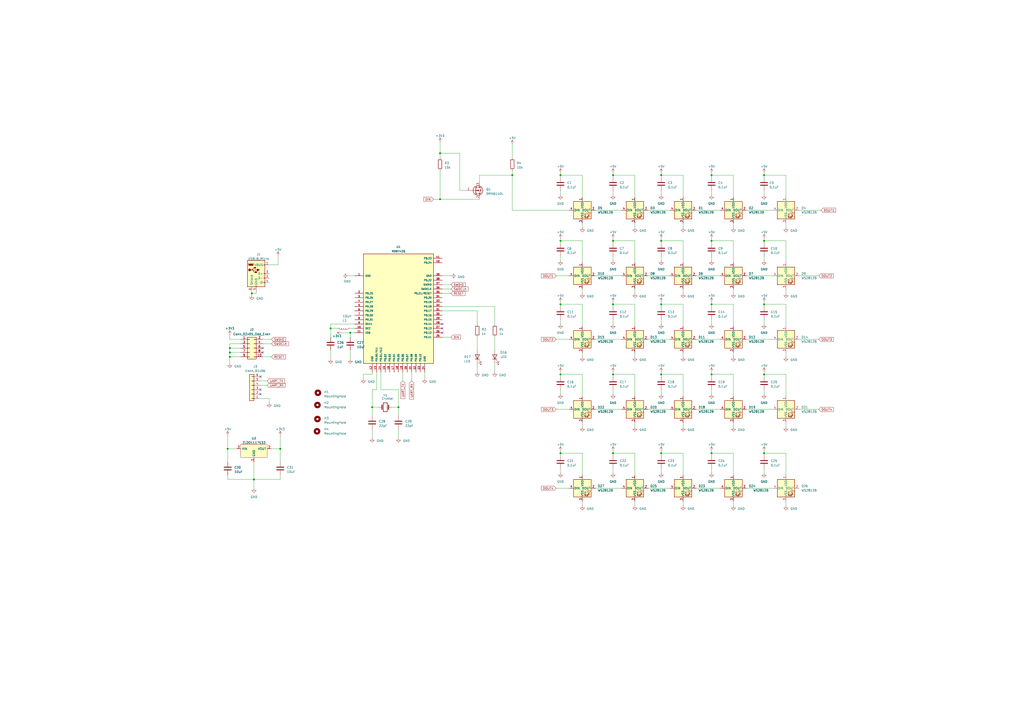
<source format=kicad_sch>
(kicad_sch (version 20210406) (generator eeschema)
  (paper "A2")
  (junction (at 132.08 260.35) (diameter 0.9144))
  (junction (at 133.35 201.93) (diameter 0.9144))
  (junction (at 133.35 204.47) (diameter 0.9144))
  (junction (at 133.35 207.01) (diameter 0.9144))
  (junction (at 146.05 170.18) (diameter 0.9144))
  (junction (at 147.32 278.13) (diameter 0.9144))
  (junction (at 162.56 260.35) (diameter 0.9144))
  (junction (at 191.77 190.5) (diameter 0.9144))
  (junction (at 203.2 193.04) (diameter 0.9144))
  (junction (at 215.9 236.22) (diameter 0.9144))
  (junction (at 231.14 236.22) (diameter 0.9144))
  (junction (at 255.27 88.9) (diameter 0.9144))
  (junction (at 255.27 115.57) (diameter 0.9144))
  (junction (at 297.18 101.6) (diameter 0.9144))
  (junction (at 325.12 101.6) (diameter 0.9144))
  (junction (at 325.12 139.7) (diameter 0.9144))
  (junction (at 325.12 176.53) (diameter 0.9144))
  (junction (at 325.12 217.17) (diameter 0.9144))
  (junction (at 325.12 262.89) (diameter 0.9144))
  (junction (at 355.6 101.6) (diameter 0.9144))
  (junction (at 355.6 139.7) (diameter 0.9144))
  (junction (at 355.6 176.53) (diameter 0.9144))
  (junction (at 355.6 217.17) (diameter 0.9144))
  (junction (at 355.6 262.89) (diameter 0.9144))
  (junction (at 383.54 101.6) (diameter 0.9144))
  (junction (at 383.54 139.7) (diameter 0.9144))
  (junction (at 383.54 176.53) (diameter 0.9144))
  (junction (at 383.54 217.17) (diameter 0.9144))
  (junction (at 383.54 262.89) (diameter 0.9144))
  (junction (at 412.75 101.6) (diameter 0.9144))
  (junction (at 412.75 139.7) (diameter 0.9144))
  (junction (at 412.75 176.53) (diameter 0.9144))
  (junction (at 412.75 217.17) (diameter 0.9144))
  (junction (at 412.75 262.89) (diameter 0.9144))
  (junction (at 443.23 101.6) (diameter 0.9144))
  (junction (at 443.23 139.7) (diameter 0.9144))
  (junction (at 443.23 176.53) (diameter 0.9144))
  (junction (at 443.23 217.17) (diameter 0.9144))
  (junction (at 443.23 262.89) (diameter 0.9144))
  (no_connect (at 151.13 218.44))
  (no_connect (at 151.13 226.06))
  (no_connect (at 151.13 228.6))
  (no_connect (at 152.4 201.93))
  (no_connect (at 152.4 204.47))
  (no_connect (at 256.54 187.96))
  (no_connect (at 256.54 190.5))
  (no_connect (at 256.54 193.04))
  (wire (pts (xy 132.08 252.73) (xy 132.08 260.35)))
  (wire (pts (xy 132.08 260.35) (xy 132.08 267.97)))
  (wire (pts (xy 132.08 260.35) (xy 137.16 260.35)))
  (wire (pts (xy 132.08 275.59) (xy 132.08 278.13)))
  (wire (pts (xy 132.08 278.13) (xy 147.32 278.13)))
  (wire (pts (xy 133.35 196.85) (xy 133.35 194.31)))
  (wire (pts (xy 133.35 199.39) (xy 133.35 201.93)))
  (wire (pts (xy 133.35 201.93) (xy 133.35 204.47)))
  (wire (pts (xy 133.35 201.93) (xy 139.7 201.93)))
  (wire (pts (xy 133.35 204.47) (xy 133.35 207.01)))
  (wire (pts (xy 133.35 204.47) (xy 139.7 204.47)))
  (wire (pts (xy 133.35 207.01) (xy 133.35 210.82)))
  (wire (pts (xy 133.35 207.01) (xy 139.7 207.01)))
  (wire (pts (xy 139.7 196.85) (xy 133.35 196.85)))
  (wire (pts (xy 139.7 199.39) (xy 133.35 199.39)))
  (wire (pts (xy 146.05 168.91) (xy 146.05 170.18)))
  (wire (pts (xy 146.05 170.18) (xy 146.05 171.45)))
  (wire (pts (xy 146.05 170.18) (xy 148.59 170.18)))
  (wire (pts (xy 147.32 267.97) (xy 147.32 278.13)))
  (wire (pts (xy 147.32 278.13) (xy 147.32 283.21)))
  (wire (pts (xy 148.59 170.18) (xy 148.59 168.91)))
  (wire (pts (xy 151.13 220.98) (xy 154.94 220.98)))
  (wire (pts (xy 151.13 223.52) (xy 154.94 223.52)))
  (wire (pts (xy 151.13 231.14) (xy 156.21 231.14)))
  (wire (pts (xy 152.4 196.85) (xy 157.48 196.85)))
  (wire (pts (xy 152.4 199.39) (xy 157.48 199.39)))
  (wire (pts (xy 152.4 207.01) (xy 157.48 207.01)))
  (wire (pts (xy 156.21 153.67) (xy 161.29 153.67)))
  (wire (pts (xy 156.21 231.14) (xy 156.21 233.68)))
  (wire (pts (xy 161.29 153.67) (xy 161.29 148.59)))
  (wire (pts (xy 162.56 252.73) (xy 162.56 260.35)))
  (wire (pts (xy 162.56 260.35) (xy 157.48 260.35)))
  (wire (pts (xy 162.56 260.35) (xy 162.56 267.97)))
  (wire (pts (xy 162.56 275.59) (xy 162.56 278.13)))
  (wire (pts (xy 162.56 278.13) (xy 147.32 278.13)))
  (wire (pts (xy 191.77 187.96) (xy 191.77 190.5)))
  (wire (pts (xy 191.77 190.5) (xy 191.77 195.58)))
  (wire (pts (xy 191.77 190.5) (xy 195.58 190.5)))
  (wire (pts (xy 191.77 203.2) (xy 191.77 208.28)))
  (wire (pts (xy 198.12 193.04) (xy 203.2 193.04)))
  (wire (pts (xy 201.93 160.02) (xy 205.74 160.02)))
  (wire (pts (xy 203.2 190.5) (xy 205.74 190.5)))
  (wire (pts (xy 203.2 193.04) (xy 203.2 195.58)))
  (wire (pts (xy 203.2 203.2) (xy 203.2 208.28)))
  (wire (pts (xy 205.74 187.96) (xy 191.77 187.96)))
  (wire (pts (xy 205.74 193.04) (xy 203.2 193.04)))
  (wire (pts (xy 210.82 217.17) (xy 210.82 219.71)))
  (wire (pts (xy 215.9 215.9) (xy 215.9 217.17)))
  (wire (pts (xy 215.9 217.17) (xy 210.82 217.17)))
  (wire (pts (xy 215.9 226.06) (xy 215.9 236.22)))
  (wire (pts (xy 215.9 236.22) (xy 215.9 241.3)))
  (wire (pts (xy 215.9 236.22) (xy 219.71 236.22)))
  (wire (pts (xy 215.9 248.92) (xy 215.9 254)))
  (wire (pts (xy 218.44 215.9) (xy 218.44 226.06)))
  (wire (pts (xy 218.44 226.06) (xy 215.9 226.06)))
  (wire (pts (xy 220.98 215.9) (xy 220.98 226.06)))
  (wire (pts (xy 220.98 226.06) (xy 231.14 226.06)))
  (wire (pts (xy 227.33 236.22) (xy 231.14 236.22)))
  (wire (pts (xy 231.14 226.06) (xy 231.14 236.22)))
  (wire (pts (xy 231.14 236.22) (xy 231.14 241.3)))
  (wire (pts (xy 231.14 248.92) (xy 231.14 254)))
  (wire (pts (xy 233.68 215.9) (xy 233.68 220.98)))
  (wire (pts (xy 238.76 215.9) (xy 238.76 220.98)))
  (wire (pts (xy 246.38 215.9) (xy 246.38 219.71)))
  (wire (pts (xy 251.46 115.57) (xy 255.27 115.57)))
  (wire (pts (xy 255.27 82.55) (xy 255.27 88.9)))
  (wire (pts (xy 255.27 88.9) (xy 255.27 91.44)))
  (wire (pts (xy 255.27 99.06) (xy 255.27 115.57)))
  (wire (pts (xy 256.54 160.02) (xy 261.62 160.02)))
  (wire (pts (xy 256.54 165.1) (xy 261.62 165.1)))
  (wire (pts (xy 256.54 167.64) (xy 261.62 167.64)))
  (wire (pts (xy 256.54 170.18) (xy 261.62 170.18)))
  (wire (pts (xy 256.54 177.8) (xy 287.02 177.8)))
  (wire (pts (xy 256.54 180.34) (xy 276.86 180.34)))
  (wire (pts (xy 256.54 195.58) (xy 261.62 195.58)))
  (wire (pts (xy 266.7 88.9) (xy 255.27 88.9)))
  (wire (pts (xy 266.7 110.49) (xy 266.7 88.9)))
  (wire (pts (xy 270.51 110.49) (xy 266.7 110.49)))
  (wire (pts (xy 276.86 180.34) (xy 276.86 187.96)))
  (wire (pts (xy 276.86 195.58) (xy 276.86 203.2)))
  (wire (pts (xy 276.86 210.82) (xy 276.86 215.9)))
  (wire (pts (xy 278.13 101.6) (xy 297.18 101.6)))
  (wire (pts (xy 278.13 105.41) (xy 278.13 101.6)))
  (wire (pts (xy 278.13 115.57) (xy 255.27 115.57)))
  (wire (pts (xy 287.02 177.8) (xy 287.02 187.96)))
  (wire (pts (xy 287.02 195.58) (xy 287.02 203.2)))
  (wire (pts (xy 287.02 210.82) (xy 287.02 215.9)))
  (wire (pts (xy 297.18 83.82) (xy 297.18 91.44)))
  (wire (pts (xy 297.18 101.6) (xy 297.18 99.06)))
  (wire (pts (xy 297.18 121.92) (xy 297.18 101.6)))
  (wire (pts (xy 322.58 160.02) (xy 330.2 160.02)))
  (wire (pts (xy 322.58 196.85) (xy 330.2 196.85)))
  (wire (pts (xy 322.58 237.49) (xy 330.2 237.49)))
  (wire (pts (xy 322.58 283.21) (xy 330.2 283.21)))
  (wire (pts (xy 325.12 100.33) (xy 325.12 101.6)))
  (wire (pts (xy 325.12 101.6) (xy 325.12 102.87)))
  (wire (pts (xy 325.12 110.49) (xy 325.12 113.03)))
  (wire (pts (xy 325.12 138.43) (xy 325.12 139.7)))
  (wire (pts (xy 325.12 139.7) (xy 325.12 140.97)))
  (wire (pts (xy 325.12 148.59) (xy 325.12 151.13)))
  (wire (pts (xy 325.12 175.26) (xy 325.12 176.53)))
  (wire (pts (xy 325.12 176.53) (xy 325.12 177.8)))
  (wire (pts (xy 325.12 185.42) (xy 325.12 187.96)))
  (wire (pts (xy 325.12 215.9) (xy 325.12 217.17)))
  (wire (pts (xy 325.12 217.17) (xy 325.12 218.44)))
  (wire (pts (xy 325.12 226.06) (xy 325.12 228.6)))
  (wire (pts (xy 325.12 261.62) (xy 325.12 262.89)))
  (wire (pts (xy 325.12 262.89) (xy 325.12 264.16)))
  (wire (pts (xy 325.12 271.78) (xy 325.12 274.32)))
  (wire (pts (xy 330.2 121.92) (xy 297.18 121.92)))
  (wire (pts (xy 337.82 101.6) (xy 325.12 101.6)))
  (wire (pts (xy 337.82 114.3) (xy 337.82 101.6)))
  (wire (pts (xy 337.82 129.54) (xy 337.82 132.08)))
  (wire (pts (xy 337.82 139.7) (xy 325.12 139.7)))
  (wire (pts (xy 337.82 152.4) (xy 337.82 139.7)))
  (wire (pts (xy 337.82 167.64) (xy 337.82 170.18)))
  (wire (pts (xy 337.82 176.53) (xy 325.12 176.53)))
  (wire (pts (xy 337.82 189.23) (xy 337.82 176.53)))
  (wire (pts (xy 337.82 204.47) (xy 337.82 207.01)))
  (wire (pts (xy 337.82 217.17) (xy 325.12 217.17)))
  (wire (pts (xy 337.82 229.87) (xy 337.82 217.17)))
  (wire (pts (xy 337.82 245.11) (xy 337.82 247.65)))
  (wire (pts (xy 337.82 262.89) (xy 325.12 262.89)))
  (wire (pts (xy 337.82 275.59) (xy 337.82 262.89)))
  (wire (pts (xy 337.82 290.83) (xy 337.82 293.37)))
  (wire (pts (xy 345.44 121.92) (xy 360.68 121.92)))
  (wire (pts (xy 345.44 160.02) (xy 360.68 160.02)))
  (wire (pts (xy 345.44 196.85) (xy 360.68 196.85)))
  (wire (pts (xy 345.44 237.49) (xy 360.68 237.49)))
  (wire (pts (xy 345.44 283.21) (xy 360.68 283.21)))
  (wire (pts (xy 355.6 100.33) (xy 355.6 101.6)))
  (wire (pts (xy 355.6 101.6) (xy 355.6 102.87)))
  (wire (pts (xy 355.6 110.49) (xy 355.6 113.03)))
  (wire (pts (xy 355.6 138.43) (xy 355.6 139.7)))
  (wire (pts (xy 355.6 139.7) (xy 355.6 140.97)))
  (wire (pts (xy 355.6 148.59) (xy 355.6 151.13)))
  (wire (pts (xy 355.6 175.26) (xy 355.6 176.53)))
  (wire (pts (xy 355.6 176.53) (xy 355.6 177.8)))
  (wire (pts (xy 355.6 185.42) (xy 355.6 187.96)))
  (wire (pts (xy 355.6 215.9) (xy 355.6 217.17)))
  (wire (pts (xy 355.6 217.17) (xy 355.6 218.44)))
  (wire (pts (xy 355.6 226.06) (xy 355.6 228.6)))
  (wire (pts (xy 355.6 261.62) (xy 355.6 262.89)))
  (wire (pts (xy 355.6 262.89) (xy 355.6 264.16)))
  (wire (pts (xy 355.6 271.78) (xy 355.6 274.32)))
  (wire (pts (xy 368.3 101.6) (xy 355.6 101.6)))
  (wire (pts (xy 368.3 114.3) (xy 368.3 101.6)))
  (wire (pts (xy 368.3 129.54) (xy 368.3 132.08)))
  (wire (pts (xy 368.3 139.7) (xy 355.6 139.7)))
  (wire (pts (xy 368.3 152.4) (xy 368.3 139.7)))
  (wire (pts (xy 368.3 167.64) (xy 368.3 170.18)))
  (wire (pts (xy 368.3 176.53) (xy 355.6 176.53)))
  (wire (pts (xy 368.3 189.23) (xy 368.3 176.53)))
  (wire (pts (xy 368.3 204.47) (xy 368.3 207.01)))
  (wire (pts (xy 368.3 217.17) (xy 355.6 217.17)))
  (wire (pts (xy 368.3 229.87) (xy 368.3 217.17)))
  (wire (pts (xy 368.3 245.11) (xy 368.3 247.65)))
  (wire (pts (xy 368.3 262.89) (xy 355.6 262.89)))
  (wire (pts (xy 368.3 275.59) (xy 368.3 262.89)))
  (wire (pts (xy 368.3 290.83) (xy 368.3 293.37)))
  (wire (pts (xy 375.92 121.92) (xy 388.62 121.92)))
  (wire (pts (xy 375.92 160.02) (xy 388.62 160.02)))
  (wire (pts (xy 375.92 196.85) (xy 388.62 196.85)))
  (wire (pts (xy 375.92 237.49) (xy 388.62 237.49)))
  (wire (pts (xy 375.92 283.21) (xy 388.62 283.21)))
  (wire (pts (xy 383.54 100.33) (xy 383.54 101.6)))
  (wire (pts (xy 383.54 101.6) (xy 383.54 102.87)))
  (wire (pts (xy 383.54 110.49) (xy 383.54 113.03)))
  (wire (pts (xy 383.54 138.43) (xy 383.54 139.7)))
  (wire (pts (xy 383.54 139.7) (xy 383.54 140.97)))
  (wire (pts (xy 383.54 148.59) (xy 383.54 151.13)))
  (wire (pts (xy 383.54 175.26) (xy 383.54 176.53)))
  (wire (pts (xy 383.54 176.53) (xy 383.54 177.8)))
  (wire (pts (xy 383.54 185.42) (xy 383.54 187.96)))
  (wire (pts (xy 383.54 215.9) (xy 383.54 217.17)))
  (wire (pts (xy 383.54 217.17) (xy 383.54 218.44)))
  (wire (pts (xy 383.54 226.06) (xy 383.54 228.6)))
  (wire (pts (xy 383.54 261.62) (xy 383.54 262.89)))
  (wire (pts (xy 383.54 262.89) (xy 383.54 264.16)))
  (wire (pts (xy 383.54 271.78) (xy 383.54 274.32)))
  (wire (pts (xy 396.24 101.6) (xy 383.54 101.6)))
  (wire (pts (xy 396.24 114.3) (xy 396.24 101.6)))
  (wire (pts (xy 396.24 129.54) (xy 396.24 132.08)))
  (wire (pts (xy 396.24 139.7) (xy 383.54 139.7)))
  (wire (pts (xy 396.24 152.4) (xy 396.24 139.7)))
  (wire (pts (xy 396.24 167.64) (xy 396.24 170.18)))
  (wire (pts (xy 396.24 176.53) (xy 383.54 176.53)))
  (wire (pts (xy 396.24 189.23) (xy 396.24 176.53)))
  (wire (pts (xy 396.24 204.47) (xy 396.24 207.01)))
  (wire (pts (xy 396.24 217.17) (xy 383.54 217.17)))
  (wire (pts (xy 396.24 229.87) (xy 396.24 217.17)))
  (wire (pts (xy 396.24 245.11) (xy 396.24 247.65)))
  (wire (pts (xy 396.24 262.89) (xy 383.54 262.89)))
  (wire (pts (xy 396.24 275.59) (xy 396.24 262.89)))
  (wire (pts (xy 396.24 290.83) (xy 396.24 293.37)))
  (wire (pts (xy 403.86 121.92) (xy 417.83 121.92)))
  (wire (pts (xy 403.86 160.02) (xy 417.83 160.02)))
  (wire (pts (xy 403.86 196.85) (xy 417.83 196.85)))
  (wire (pts (xy 403.86 237.49) (xy 417.83 237.49)))
  (wire (pts (xy 403.86 283.21) (xy 417.83 283.21)))
  (wire (pts (xy 412.75 100.33) (xy 412.75 101.6)))
  (wire (pts (xy 412.75 101.6) (xy 412.75 102.87)))
  (wire (pts (xy 412.75 110.49) (xy 412.75 113.03)))
  (wire (pts (xy 412.75 138.43) (xy 412.75 139.7)))
  (wire (pts (xy 412.75 139.7) (xy 412.75 140.97)))
  (wire (pts (xy 412.75 148.59) (xy 412.75 151.13)))
  (wire (pts (xy 412.75 175.26) (xy 412.75 176.53)))
  (wire (pts (xy 412.75 176.53) (xy 412.75 177.8)))
  (wire (pts (xy 412.75 185.42) (xy 412.75 187.96)))
  (wire (pts (xy 412.75 215.9) (xy 412.75 217.17)))
  (wire (pts (xy 412.75 217.17) (xy 412.75 218.44)))
  (wire (pts (xy 412.75 226.06) (xy 412.75 228.6)))
  (wire (pts (xy 412.75 261.62) (xy 412.75 262.89)))
  (wire (pts (xy 412.75 262.89) (xy 412.75 264.16)))
  (wire (pts (xy 412.75 271.78) (xy 412.75 274.32)))
  (wire (pts (xy 425.45 101.6) (xy 412.75 101.6)))
  (wire (pts (xy 425.45 114.3) (xy 425.45 101.6)))
  (wire (pts (xy 425.45 129.54) (xy 425.45 132.08)))
  (wire (pts (xy 425.45 139.7) (xy 412.75 139.7)))
  (wire (pts (xy 425.45 152.4) (xy 425.45 139.7)))
  (wire (pts (xy 425.45 167.64) (xy 425.45 170.18)))
  (wire (pts (xy 425.45 176.53) (xy 412.75 176.53)))
  (wire (pts (xy 425.45 189.23) (xy 425.45 176.53)))
  (wire (pts (xy 425.45 204.47) (xy 425.45 207.01)))
  (wire (pts (xy 425.45 217.17) (xy 412.75 217.17)))
  (wire (pts (xy 425.45 229.87) (xy 425.45 217.17)))
  (wire (pts (xy 425.45 245.11) (xy 425.45 247.65)))
  (wire (pts (xy 425.45 262.89) (xy 412.75 262.89)))
  (wire (pts (xy 425.45 275.59) (xy 425.45 262.89)))
  (wire (pts (xy 425.45 290.83) (xy 425.45 293.37)))
  (wire (pts (xy 433.07 121.92) (xy 448.31 121.92)))
  (wire (pts (xy 433.07 160.02) (xy 448.31 160.02)))
  (wire (pts (xy 433.07 196.85) (xy 448.31 196.85)))
  (wire (pts (xy 433.07 237.49) (xy 448.31 237.49)))
  (wire (pts (xy 433.07 283.21) (xy 448.31 283.21)))
  (wire (pts (xy 443.23 100.33) (xy 443.23 101.6)))
  (wire (pts (xy 443.23 101.6) (xy 443.23 102.87)))
  (wire (pts (xy 443.23 110.49) (xy 443.23 113.03)))
  (wire (pts (xy 443.23 138.43) (xy 443.23 139.7)))
  (wire (pts (xy 443.23 139.7) (xy 443.23 140.97)))
  (wire (pts (xy 443.23 148.59) (xy 443.23 151.13)))
  (wire (pts (xy 443.23 175.26) (xy 443.23 176.53)))
  (wire (pts (xy 443.23 176.53) (xy 443.23 177.8)))
  (wire (pts (xy 443.23 185.42) (xy 443.23 187.96)))
  (wire (pts (xy 443.23 215.9) (xy 443.23 217.17)))
  (wire (pts (xy 443.23 217.17) (xy 443.23 218.44)))
  (wire (pts (xy 443.23 226.06) (xy 443.23 228.6)))
  (wire (pts (xy 443.23 261.62) (xy 443.23 262.89)))
  (wire (pts (xy 443.23 262.89) (xy 443.23 264.16)))
  (wire (pts (xy 443.23 271.78) (xy 443.23 274.32)))
  (wire (pts (xy 455.93 101.6) (xy 443.23 101.6)))
  (wire (pts (xy 455.93 114.3) (xy 455.93 101.6)))
  (wire (pts (xy 455.93 129.54) (xy 455.93 132.08)))
  (wire (pts (xy 455.93 139.7) (xy 443.23 139.7)))
  (wire (pts (xy 455.93 152.4) (xy 455.93 139.7)))
  (wire (pts (xy 455.93 167.64) (xy 455.93 170.18)))
  (wire (pts (xy 455.93 176.53) (xy 443.23 176.53)))
  (wire (pts (xy 455.93 189.23) (xy 455.93 176.53)))
  (wire (pts (xy 455.93 204.47) (xy 455.93 207.01)))
  (wire (pts (xy 455.93 217.17) (xy 443.23 217.17)))
  (wire (pts (xy 455.93 229.87) (xy 455.93 217.17)))
  (wire (pts (xy 455.93 245.11) (xy 455.93 247.65)))
  (wire (pts (xy 455.93 262.89) (xy 443.23 262.89)))
  (wire (pts (xy 455.93 275.59) (xy 455.93 262.89)))
  (wire (pts (xy 455.93 290.83) (xy 455.93 293.37)))
  (wire (pts (xy 463.55 121.92) (xy 476.25 121.92)))
  (wire (pts (xy 463.55 160.02) (xy 474.98 160.02)))
  (wire (pts (xy 463.55 196.85) (xy 474.98 196.85)))
  (wire (pts (xy 463.55 237.49) (xy 474.98 237.49)))
  (global_label "UART_TX" (shape input) (at 154.94 220.98 0) (property "Intersheet References" "${INTERSHEET_REFS}" (effects hide)))
  (global_label "UART_RX" (shape input) (at 154.94 223.52 0) (property "Intersheet References" "${INTERSHEET_REFS}" (effects hide)))
  (global_label "SWDIO" (shape input) (at 157.48 196.85 0) (property "Intersheet References" "${INTERSHEET_REFS}" (effects hide)))
  (global_label "SWDCLK" (shape input) (at 157.48 199.39 0) (property "Intersheet References" "${INTERSHEET_REFS}" (effects hide)))
  (global_label "RESET" (shape input) (at 157.48 207.01 0) (property "Intersheet References" "${INTERSHEET_REFS}" (effects hide)))
  (global_label "UART_TX" (shape input) (at 233.68 220.98 270) (property "Intersheet References" "${INTERSHEET_REFS}" (effects hide)))
  (global_label "UART_RX" (shape input) (at 238.76 220.98 270) (property "Intersheet References" "${INTERSHEET_REFS}" (effects hide)))
  (global_label "DIN" (shape input) (at 251.46 115.57 180) (property "Intersheet References" "${INTERSHEET_REFS}" (effects hide)))
  (global_label "SWDIO" (shape input) (at 261.62 165.1 0) (property "Intersheet References" "${INTERSHEET_REFS}" (effects hide)))
  (global_label "SWDCLK" (shape input) (at 261.62 167.64 0) (property "Intersheet References" "${INTERSHEET_REFS}" (effects hide)))
  (global_label "RESET" (shape input) (at 261.62 170.18 0) (property "Intersheet References" "${INTERSHEET_REFS}" (effects hide)))
  (global_label "DIN" (shape input) (at 261.62 195.58 0) (property "Intersheet References" "${INTERSHEET_REFS}" (effects hide)))
  (global_label "DOUT1" (shape input) (at 322.58 160.02 180) (property "Intersheet References" "${INTERSHEET_REFS}" (effects hide)))
  (global_label "DOUT2" (shape input) (at 322.58 196.85 180) (property "Intersheet References" "${INTERSHEET_REFS}" (effects hide)))
  (global_label "DOUT3" (shape input) (at 322.58 237.49 180) (property "Intersheet References" "${INTERSHEET_REFS}" (effects hide)))
  (global_label "DOUT4" (shape input) (at 322.58 283.21 180) (property "Intersheet References" "${INTERSHEET_REFS}" (effects hide)))
  (global_label "DOUT2" (shape input) (at 474.98 160.02 0) (property "Intersheet References" "${INTERSHEET_REFS}" (effects hide)))
  (global_label "DOUT3" (shape input) (at 474.98 196.85 0) (property "Intersheet References" "${INTERSHEET_REFS}" (effects hide)))
  (global_label "DOUT4" (shape input) (at 474.98 237.49 0) (property "Intersheet References" "${INTERSHEET_REFS}" (effects hide)))
  (global_label "DOUT1" (shape input) (at 476.25 121.92 0) (property "Intersheet References" "${INTERSHEET_REFS}" (effects hide)))
  (symbol (lib_id "power:+5V") (at 132.08 252.73 0) (unit 1)
    (property "Reference" "#PWR0102" (effects hide))
    (property "Value" "+5V" (at 132.08 248.92 0))
  )
  (symbol (lib_id "power:+3V3") (at 133.35 194.31 0) (unit 1)
    (property "Reference" "#PWR043" (effects hide))
    (property "Value" "+3V3" (at 133.35 190.5 0))
  )
  (symbol (lib_id "power:+5V") (at 161.29 148.59 0) (unit 1)
    (property "Reference" "#PWR013" (effects hide))
    (property "Value" "+5V" (at 161.29 144.78 0))
  )
  (symbol (lib_id "power:+3V3") (at 162.56 252.73 0) (unit 1)
    (property "Reference" "#PWR0103" (effects hide))
    (property "Value" "+3V3" (at 162.56 248.92 0))
  )
  (symbol (lib_id "power:+3V3") (at 198.12 193.04 90) (unit 1)
    (property "Reference" "#PWR037" (effects hide))
    (property "Value" "+3V3" (at 198.12 194.9449 90) (effects (justify left)))
  )
  (symbol (lib_id "power:+3V3") (at 255.27 82.55 0) (unit 1)
    (property "Reference" "#PWR01" (effects hide))
    (property "Value" "+3V3" (at 255.27 78.74 0))
  )
  (symbol (lib_id "power:+5V") (at 297.18 83.82 0) (unit 1)
    (property "Reference" "#PWR02" (effects hide))
    (property "Value" "+5V" (at 297.18 80.01 0))
  )
  (symbol (lib_id "power:+5V") (at 325.12 100.33 0) (unit 1)
    (property "Reference" "#PWR03" (effects hide))
    (property "Value" "+5V" (at 325.12 96.52 0))
  )
  (symbol (lib_id "power:+5V") (at 325.12 138.43 0) (unit 1)
    (property "Reference" "#PWR019" (effects hide))
    (property "Value" "+5V" (at 325.12 134.62 0))
  )
  (symbol (lib_id "power:+5V") (at 325.12 175.26 0) (unit 1)
    (property "Reference" "#PWR038" (effects hide))
    (property "Value" "+5V" (at 325.12 171.45 0))
  )
  (symbol (lib_id "power:+5V") (at 325.12 215.9 0) (unit 1)
    (property "Reference" "#PWR061" (effects hide))
    (property "Value" "+5V" (at 325.12 212.09 0))
  )
  (symbol (lib_id "power:+5V") (at 325.12 261.62 0) (unit 1)
    (property "Reference" "#PWR079" (effects hide))
    (property "Value" "+5V" (at 325.12 257.81 0))
  )
  (symbol (lib_id "power:+5V") (at 355.6 100.33 0) (unit 1)
    (property "Reference" "#PWR04" (effects hide))
    (property "Value" "+5V" (at 355.6 96.52 0))
  )
  (symbol (lib_id "power:+5V") (at 355.6 138.43 0) (unit 1)
    (property "Reference" "#PWR020" (effects hide))
    (property "Value" "+5V" (at 355.6 134.62 0))
  )
  (symbol (lib_id "power:+5V") (at 355.6 175.26 0) (unit 1)
    (property "Reference" "#PWR039" (effects hide))
    (property "Value" "+5V" (at 355.6 171.45 0))
  )
  (symbol (lib_id "power:+5V") (at 355.6 215.9 0) (unit 1)
    (property "Reference" "#PWR062" (effects hide))
    (property "Value" "+5V" (at 355.6 212.09 0))
  )
  (symbol (lib_id "power:+5V") (at 355.6 261.62 0) (unit 1)
    (property "Reference" "#PWR080" (effects hide))
    (property "Value" "+5V" (at 355.6 257.81 0))
  )
  (symbol (lib_id "power:+5V") (at 383.54 100.33 0) (unit 1)
    (property "Reference" "#PWR05" (effects hide))
    (property "Value" "+5V" (at 383.54 96.52 0))
  )
  (symbol (lib_id "power:+5V") (at 383.54 138.43 0) (unit 1)
    (property "Reference" "#PWR021" (effects hide))
    (property "Value" "+5V" (at 383.54 134.62 0))
  )
  (symbol (lib_id "power:+5V") (at 383.54 175.26 0) (unit 1)
    (property "Reference" "#PWR040" (effects hide))
    (property "Value" "+5V" (at 383.54 171.45 0))
  )
  (symbol (lib_id "power:+5V") (at 383.54 215.9 0) (unit 1)
    (property "Reference" "#PWR063" (effects hide))
    (property "Value" "+5V" (at 383.54 212.09 0))
  )
  (symbol (lib_id "power:+5V") (at 383.54 261.62 0) (unit 1)
    (property "Reference" "#PWR081" (effects hide))
    (property "Value" "+5V" (at 383.54 257.81 0))
  )
  (symbol (lib_id "power:+5V") (at 412.75 100.33 0) (unit 1)
    (property "Reference" "#PWR06" (effects hide))
    (property "Value" "+5V" (at 412.75 96.52 0))
  )
  (symbol (lib_id "power:+5V") (at 412.75 138.43 0) (unit 1)
    (property "Reference" "#PWR022" (effects hide))
    (property "Value" "+5V" (at 412.75 134.62 0))
  )
  (symbol (lib_id "power:+5V") (at 412.75 175.26 0) (unit 1)
    (property "Reference" "#PWR041" (effects hide))
    (property "Value" "+5V" (at 412.75 171.45 0))
  )
  (symbol (lib_id "power:+5V") (at 412.75 215.9 0) (unit 1)
    (property "Reference" "#PWR064" (effects hide))
    (property "Value" "+5V" (at 412.75 212.09 0))
  )
  (symbol (lib_id "power:+5V") (at 412.75 261.62 0) (unit 1)
    (property "Reference" "#PWR082" (effects hide))
    (property "Value" "+5V" (at 412.75 257.81 0))
  )
  (symbol (lib_id "power:+5V") (at 443.23 100.33 0) (unit 1)
    (property "Reference" "#PWR07" (effects hide))
    (property "Value" "+5V" (at 443.23 96.52 0))
  )
  (symbol (lib_id "power:+5V") (at 443.23 138.43 0) (unit 1)
    (property "Reference" "#PWR023" (effects hide))
    (property "Value" "+5V" (at 443.23 134.62 0))
  )
  (symbol (lib_id "power:+5V") (at 443.23 175.26 0) (unit 1)
    (property "Reference" "#PWR042" (effects hide))
    (property "Value" "+5V" (at 443.23 171.45 0))
  )
  (symbol (lib_id "power:+5V") (at 443.23 215.9 0) (unit 1)
    (property "Reference" "#PWR065" (effects hide))
    (property "Value" "+5V" (at 443.23 212.09 0))
  )
  (symbol (lib_id "power:+5V") (at 443.23 261.62 0) (unit 1)
    (property "Reference" "#PWR083" (effects hide))
    (property "Value" "+5V" (at 443.23 257.81 0))
  )
  (symbol (lib_id "power:GND") (at 133.35 210.82 0) (unit 1)
    (property "Reference" "#PWR051" (effects hide))
    (property "Value" "GND" (at 135.89 212.5344 0) (effects (justify left)))
  )
  (symbol (lib_id "power:GND") (at 146.05 171.45 0) (unit 1)
    (property "Reference" "#PWR026" (effects hide))
    (property "Value" "GND" (at 148.59 173.1644 0) (effects (justify left)))
  )
  (symbol (lib_id "power:GND") (at 147.32 283.21 0) (unit 1)
    (property "Reference" "#PWR0101" (effects hide))
    (property "Value" "GND" (at 147.32 288.29 0))
  )
  (symbol (lib_id "power:GND") (at 156.21 233.68 0) (unit 1)
    (property "Reference" "#PWR066" (effects hide))
    (property "Value" "GND" (at 158.75 235.3944 0) (effects (justify left)))
  )
  (symbol (lib_id "power:GND") (at 191.77 208.28 0) (unit 1)
    (property "Reference" "#PWR049" (effects hide))
    (property "Value" "GND" (at 194.31 209.9944 0) (effects (justify left)))
  )
  (symbol (lib_id "power:GND") (at 201.93 160.02 270) (unit 1)
    (property "Reference" "#PWR024" (effects hide))
    (property "Value" "GND" (at 199.39 163.1949 90) (effects (justify left)))
  )
  (symbol (lib_id "power:GND") (at 203.2 208.28 0) (unit 1)
    (property "Reference" "#PWR050" (effects hide))
    (property "Value" "GND" (at 205.74 209.9944 0) (effects (justify left)))
  )
  (symbol (lib_id "power:GND") (at 210.82 219.71 0) (unit 1)
    (property "Reference" "#PWR054" (effects hide))
    (property "Value" "GND" (at 213.36 221.4244 0) (effects (justify left)))
  )
  (symbol (lib_id "power:GND") (at 215.9 254 0) (unit 1)
    (property "Reference" "#PWR072" (effects hide))
    (property "Value" "GND" (at 218.44 255.7144 0) (effects (justify left)))
  )
  (symbol (lib_id "power:GND") (at 231.14 254 0) (unit 1)
    (property "Reference" "#PWR073" (effects hide))
    (property "Value" "GND" (at 233.68 255.7144 0) (effects (justify left)))
  )
  (symbol (lib_id "power:GND") (at 246.38 219.71 0) (unit 1)
    (property "Reference" "#PWR055" (effects hide))
    (property "Value" "GND" (at 248.92 221.4244 0) (effects (justify left)))
  )
  (symbol (lib_id "power:GND") (at 261.62 160.02 90) (unit 1)
    (property "Reference" "#PWR025" (effects hide))
    (property "Value" "GND" (at 265.43 160.6549 90) (effects (justify right)))
  )
  (symbol (lib_id "power:GND") (at 276.86 215.9 0) (unit 1)
    (property "Reference" "#PWR052" (effects hide))
    (property "Value" "GND" (at 279.4 217.6144 0) (effects (justify left)))
  )
  (symbol (lib_id "power:GND") (at 287.02 215.9 0) (unit 1)
    (property "Reference" "#PWR053" (effects hide))
    (property "Value" "GND" (at 289.56 217.6144 0) (effects (justify left)))
  )
  (symbol (lib_id "power:GND") (at 325.12 113.03 0) (unit 1)
    (property "Reference" "#PWR08" (effects hide))
    (property "Value" "GND" (at 325.12 118.11 0))
  )
  (symbol (lib_id "power:GND") (at 325.12 151.13 0) (unit 1)
    (property "Reference" "#PWR027" (effects hide))
    (property "Value" "GND" (at 325.12 156.21 0))
  )
  (symbol (lib_id "power:GND") (at 325.12 187.96 0) (unit 1)
    (property "Reference" "#PWR044" (effects hide))
    (property "Value" "GND" (at 325.12 193.04 0))
  )
  (symbol (lib_id "power:GND") (at 325.12 228.6 0) (unit 1)
    (property "Reference" "#PWR067" (effects hide))
    (property "Value" "GND" (at 325.12 233.68 0))
  )
  (symbol (lib_id "power:GND") (at 325.12 274.32 0) (unit 1)
    (property "Reference" "#PWR084" (effects hide))
    (property "Value" "GND" (at 325.12 279.4 0))
  )
  (symbol (lib_id "power:GND") (at 337.82 132.08 0) (unit 1)
    (property "Reference" "#PWR014" (effects hide))
    (property "Value" "GND" (at 340.36 133.7944 0) (effects (justify left)))
  )
  (symbol (lib_id "power:GND") (at 337.82 170.18 0) (unit 1)
    (property "Reference" "#PWR032" (effects hide))
    (property "Value" "GND" (at 340.36 171.8944 0) (effects (justify left)))
  )
  (symbol (lib_id "power:GND") (at 337.82 207.01 0) (unit 1)
    (property "Reference" "#PWR056" (effects hide))
    (property "Value" "GND" (at 340.36 208.7244 0) (effects (justify left)))
  )
  (symbol (lib_id "power:GND") (at 337.82 247.65 0) (unit 1)
    (property "Reference" "#PWR074" (effects hide))
    (property "Value" "GND" (at 340.36 249.3644 0) (effects (justify left)))
  )
  (symbol (lib_id "power:GND") (at 337.82 293.37 0) (unit 1)
    (property "Reference" "#PWR089" (effects hide))
    (property "Value" "GND" (at 340.36 295.0844 0) (effects (justify left)))
  )
  (symbol (lib_id "power:GND") (at 355.6 113.03 0) (unit 1)
    (property "Reference" "#PWR09" (effects hide))
    (property "Value" "GND" (at 355.6 118.11 0))
  )
  (symbol (lib_id "power:GND") (at 355.6 151.13 0) (unit 1)
    (property "Reference" "#PWR028" (effects hide))
    (property "Value" "GND" (at 355.6 156.21 0))
  )
  (symbol (lib_id "power:GND") (at 355.6 187.96 0) (unit 1)
    (property "Reference" "#PWR045" (effects hide))
    (property "Value" "GND" (at 355.6 193.04 0))
  )
  (symbol (lib_id "power:GND") (at 355.6 228.6 0) (unit 1)
    (property "Reference" "#PWR068" (effects hide))
    (property "Value" "GND" (at 355.6 233.68 0))
  )
  (symbol (lib_id "power:GND") (at 355.6 274.32 0) (unit 1)
    (property "Reference" "#PWR085" (effects hide))
    (property "Value" "GND" (at 355.6 279.4 0))
  )
  (symbol (lib_id "power:GND") (at 368.3 132.08 0) (unit 1)
    (property "Reference" "#PWR015" (effects hide))
    (property "Value" "GND" (at 370.84 133.7944 0) (effects (justify left)))
  )
  (symbol (lib_id "power:GND") (at 368.3 170.18 0) (unit 1)
    (property "Reference" "#PWR033" (effects hide))
    (property "Value" "GND" (at 370.84 171.8944 0) (effects (justify left)))
  )
  (symbol (lib_id "power:GND") (at 368.3 207.01 0) (unit 1)
    (property "Reference" "#PWR057" (effects hide))
    (property "Value" "GND" (at 370.84 208.7244 0) (effects (justify left)))
  )
  (symbol (lib_id "power:GND") (at 368.3 247.65 0) (unit 1)
    (property "Reference" "#PWR075" (effects hide))
    (property "Value" "GND" (at 370.84 249.3644 0) (effects (justify left)))
  )
  (symbol (lib_id "power:GND") (at 368.3 293.37 0) (unit 1)
    (property "Reference" "#PWR090" (effects hide))
    (property "Value" "GND" (at 370.84 295.0844 0) (effects (justify left)))
  )
  (symbol (lib_id "power:GND") (at 383.54 113.03 0) (unit 1)
    (property "Reference" "#PWR010" (effects hide))
    (property "Value" "GND" (at 383.54 118.11 0))
  )
  (symbol (lib_id "power:GND") (at 383.54 151.13 0) (unit 1)
    (property "Reference" "#PWR029" (effects hide))
    (property "Value" "GND" (at 383.54 156.21 0))
  )
  (symbol (lib_id "power:GND") (at 383.54 187.96 0) (unit 1)
    (property "Reference" "#PWR046" (effects hide))
    (property "Value" "GND" (at 383.54 193.04 0))
  )
  (symbol (lib_id "power:GND") (at 383.54 228.6 0) (unit 1)
    (property "Reference" "#PWR069" (effects hide))
    (property "Value" "GND" (at 383.54 233.68 0))
  )
  (symbol (lib_id "power:GND") (at 383.54 274.32 0) (unit 1)
    (property "Reference" "#PWR086" (effects hide))
    (property "Value" "GND" (at 383.54 279.4 0))
  )
  (symbol (lib_id "power:GND") (at 396.24 132.08 0) (unit 1)
    (property "Reference" "#PWR016" (effects hide))
    (property "Value" "GND" (at 398.78 133.7944 0) (effects (justify left)))
  )
  (symbol (lib_id "power:GND") (at 396.24 170.18 0) (unit 1)
    (property "Reference" "#PWR034" (effects hide))
    (property "Value" "GND" (at 398.78 171.8944 0) (effects (justify left)))
  )
  (symbol (lib_id "power:GND") (at 396.24 207.01 0) (unit 1)
    (property "Reference" "#PWR058" (effects hide))
    (property "Value" "GND" (at 398.78 208.7244 0) (effects (justify left)))
  )
  (symbol (lib_id "power:GND") (at 396.24 247.65 0) (unit 1)
    (property "Reference" "#PWR076" (effects hide))
    (property "Value" "GND" (at 398.78 249.3644 0) (effects (justify left)))
  )
  (symbol (lib_id "power:GND") (at 396.24 293.37 0) (unit 1)
    (property "Reference" "#PWR091" (effects hide))
    (property "Value" "GND" (at 398.78 295.0844 0) (effects (justify left)))
  )
  (symbol (lib_id "power:GND") (at 412.75 113.03 0) (unit 1)
    (property "Reference" "#PWR011" (effects hide))
    (property "Value" "GND" (at 412.75 118.11 0))
  )
  (symbol (lib_id "power:GND") (at 412.75 151.13 0) (unit 1)
    (property "Reference" "#PWR030" (effects hide))
    (property "Value" "GND" (at 412.75 156.21 0))
  )
  (symbol (lib_id "power:GND") (at 412.75 187.96 0) (unit 1)
    (property "Reference" "#PWR047" (effects hide))
    (property "Value" "GND" (at 412.75 193.04 0))
  )
  (symbol (lib_id "power:GND") (at 412.75 228.6 0) (unit 1)
    (property "Reference" "#PWR070" (effects hide))
    (property "Value" "GND" (at 412.75 233.68 0))
  )
  (symbol (lib_id "power:GND") (at 412.75 274.32 0) (unit 1)
    (property "Reference" "#PWR087" (effects hide))
    (property "Value" "GND" (at 412.75 279.4 0))
  )
  (symbol (lib_id "power:GND") (at 425.45 132.08 0) (unit 1)
    (property "Reference" "#PWR017" (effects hide))
    (property "Value" "GND" (at 427.99 133.7944 0) (effects (justify left)))
  )
  (symbol (lib_id "power:GND") (at 425.45 170.18 0) (unit 1)
    (property "Reference" "#PWR035" (effects hide))
    (property "Value" "GND" (at 427.99 171.8944 0) (effects (justify left)))
  )
  (symbol (lib_id "power:GND") (at 425.45 207.01 0) (unit 1)
    (property "Reference" "#PWR059" (effects hide))
    (property "Value" "GND" (at 427.99 208.7244 0) (effects (justify left)))
  )
  (symbol (lib_id "power:GND") (at 425.45 247.65 0) (unit 1)
    (property "Reference" "#PWR077" (effects hide))
    (property "Value" "GND" (at 427.99 249.3644 0) (effects (justify left)))
  )
  (symbol (lib_id "power:GND") (at 425.45 293.37 0) (unit 1)
    (property "Reference" "#PWR092" (effects hide))
    (property "Value" "GND" (at 427.99 295.0844 0) (effects (justify left)))
  )
  (symbol (lib_id "power:GND") (at 443.23 113.03 0) (unit 1)
    (property "Reference" "#PWR012" (effects hide))
    (property "Value" "GND" (at 443.23 118.11 0))
  )
  (symbol (lib_id "power:GND") (at 443.23 151.13 0) (unit 1)
    (property "Reference" "#PWR031" (effects hide))
    (property "Value" "GND" (at 443.23 156.21 0))
  )
  (symbol (lib_id "power:GND") (at 443.23 187.96 0) (unit 1)
    (property "Reference" "#PWR048" (effects hide))
    (property "Value" "GND" (at 443.23 193.04 0))
  )
  (symbol (lib_id "power:GND") (at 443.23 228.6 0) (unit 1)
    (property "Reference" "#PWR071" (effects hide))
    (property "Value" "GND" (at 443.23 233.68 0))
  )
  (symbol (lib_id "power:GND") (at 443.23 274.32 0) (unit 1)
    (property "Reference" "#PWR088" (effects hide))
    (property "Value" "GND" (at 443.23 279.4 0))
  )
  (symbol (lib_id "power:GND") (at 455.93 132.08 0) (unit 1)
    (property "Reference" "#PWR018" (effects hide))
    (property "Value" "GND" (at 458.47 133.7944 0) (effects (justify left)))
  )
  (symbol (lib_id "power:GND") (at 455.93 170.18 0) (unit 1)
    (property "Reference" "#PWR036" (effects hide))
    (property "Value" "GND" (at 458.47 171.8944 0) (effects (justify left)))
  )
  (symbol (lib_id "power:GND") (at 455.93 207.01 0) (unit 1)
    (property "Reference" "#PWR060" (effects hide))
    (property "Value" "GND" (at 458.47 208.7244 0) (effects (justify left)))
  )
  (symbol (lib_id "power:GND") (at 455.93 247.65 0) (unit 1)
    (property "Reference" "#PWR078" (effects hide))
    (property "Value" "GND" (at 458.47 249.3644 0) (effects (justify left)))
  )
  (symbol (lib_id "power:GND") (at 455.93 293.37 0) (unit 1)
    (property "Reference" "#PWR093" (effects hide))
    (property "Value" "GND" (at 458.47 295.0844 0) (effects (justify left)))
  )
  (symbol (lib_id "Device:L") (at 199.39 190.5 270) (unit 1)
    (property "Reference" "L1" (at 198.7551 185.928 90) (effects (justify left)))
    (property "Value" "10uH" (at 198.7551 183.388 90) (effects (justify left)))
    (property "Footprint" "Inductor_SMD:L_0805_2012Metric_Pad1.15x1.40mm_HandSolder" (effects hide))
  )
  (symbol (lib_id "Mechanical:MountingHole") (at 183.896 250.19 0) (unit 1)
    (property "Reference" "H4" (at 187.96 248.92 0) (effects (justify left)))
    (property "Value" "MountingHole" (at 187.96 251.46 0) (effects (justify left)))
    (property "Footprint" "MountingHole:MountingHole_3.2mm_M3" (effects hide))
  )
  (symbol (lib_id "Mechanical:MountingHole") (at 184.15 234.95 0) (unit 1)
    (property "Reference" "H2" (at 187.96 233.68 0) (effects (justify left)))
    (property "Value" "MountingHole" (at 187.96 236.22 0) (effects (justify left)))
    (property "Footprint" "MountingHole:MountingHole_3.2mm_M3" (effects hide))
  )
  (symbol (lib_id "Mechanical:MountingHole") (at 184.15 243.078 0) (unit 1)
    (property "Reference" "H3" (at 187.96 242.57 0) (effects (justify left)))
    (property "Value" "MountingHole" (at 187.96 245.11 0) (effects (justify left)))
    (property "Footprint" "MountingHole:MountingHole_3.2mm_M3" (effects hide))
  )
  (symbol (lib_id "Mechanical:MountingHole") (at 184.404 227.838 0) (unit 1)
    (property "Reference" "H1" (at 187.96 227.33 0) (effects (justify left)))
    (property "Value" "MountingHole" (at 187.96 229.87 0) (effects (justify left)))
    (property "Footprint" "MountingHole:MountingHole_3.2mm_M3" (effects hide))
  )
  (symbol (lib_id "Device:R") (at 255.27 95.25 0) (unit 1)
    (property "Reference" "R3" (at 257.81 94.6149 0) (effects (justify left)))
    (property "Value" "10k" (at 257.81 97.1549 0) (effects (justify left)))
    (property "Footprint" "Resistor_SMD:R_0603_1608Metric_Pad0.98x0.95mm_HandSolder" (effects hide))
  )
  (symbol (lib_id "Device:R") (at 276.86 191.77 0) (unit 1)
    (property "Reference" "R2" (at 279.4 191.1349 0) (effects (justify left)))
    (property "Value" "1k" (at 279.4 193.6749 0) (effects (justify left)))
    (property "Footprint" "Resistor_SMD:R_0603_1608Metric_Pad0.98x0.95mm_HandSolder" (effects hide))
  )
  (symbol (lib_id "Device:R") (at 287.02 191.77 0) (unit 1)
    (property "Reference" "R1" (at 289.56 191.1349 0) (effects (justify left)))
    (property "Value" "1k" (at 289.56 193.6749 0) (effects (justify left)))
    (property "Footprint" "Resistor_SMD:R_0603_1608Metric_Pad0.98x0.95mm_HandSolder" (effects hide))
  )
  (symbol (lib_id "Device:R") (at 297.18 95.25 0) (unit 1)
    (property "Reference" "R4" (at 299.72 94.6149 0) (effects (justify left)))
    (property "Value" "10k" (at 299.72 97.1549 0) (effects (justify left)))
    (property "Footprint" "Resistor_SMD:R_0603_1608Metric_Pad0.98x0.95mm_HandSolder" (effects hide))
  )
  (symbol (lib_id "Device:LED") (at 276.86 207.01 90) (unit 1)
    (property "Reference" "D17" (at 269.24 207.01 90) (effects (justify right)))
    (property "Value" "LED" (at 269.24 209.55 90) (effects (justify right)))
    (property "Footprint" "LED_SMD:LED_0603_1608Metric_Pad1.05x0.95mm_HandSolder" (effects hide))
  )
  (symbol (lib_id "Device:LED") (at 287.02 207.01 90) (unit 1)
    (property "Reference" "D16" (at 292.1 204.47 90))
    (property "Value" "LED" (at 292.1 207.01 90))
    (property "Footprint" "LED_SMD:LED_0603_1608Metric_Pad1.05x0.95mm_HandSolder" (effects hide))
  )
  (symbol (lib_id "Device:C") (at 132.08 271.78 0) (unit 1)
    (property "Reference" "C30" (at 135.89 271.1449 0) (effects (justify left)))
    (property "Value" "10uF" (at 135.89 273.6849 0) (effects (justify left)))
    (property "Footprint" "Capacitor_SMD:C_0603_1608Metric_Pad1.08x0.95mm_HandSolder" (effects hide))
  )
  (symbol (lib_id "Device:C") (at 162.56 271.78 0) (unit 1)
    (property "Reference" "C31" (at 166.37 271.1449 0) (effects (justify left)))
    (property "Value" "10uF" (at 166.37 273.6849 0) (effects (justify left)))
    (property "Footprint" "Capacitor_SMD:C_0603_1608Metric_Pad1.08x0.95mm_HandSolder" (effects hide))
  )
  (symbol (lib_id "Device:C") (at 191.77 199.39 0) (unit 1)
    (property "Reference" "C26" (at 195.58 198.7549 0) (effects (justify left)))
    (property "Value" "1uF" (at 195.58 201.2949 0) (effects (justify left)))
    (property "Footprint" "Capacitor_SMD:C_0603_1608Metric_Pad1.08x0.95mm_HandSolder" (effects hide))
  )
  (symbol (lib_id "Device:C") (at 203.2 199.39 0) (unit 1)
    (property "Reference" "C27" (at 207.01 198.7549 0) (effects (justify left)))
    (property "Value" "10uF" (at 207.01 201.2949 0) (effects (justify left)))
    (property "Footprint" "Capacitor_SMD:C_0603_1608Metric_Pad1.08x0.95mm_HandSolder" (effects hide))
  )
  (symbol (lib_id "Device:C") (at 215.9 245.11 0) (unit 1)
    (property "Reference" "C28" (at 219.71 244.4749 0) (effects (justify left)))
    (property "Value" "22pF" (at 219.71 247.0149 0) (effects (justify left)))
    (property "Footprint" "Capacitor_SMD:C_0603_1608Metric_Pad1.08x0.95mm_HandSolder" (effects hide))
  )
  (symbol (lib_id "Device:C") (at 231.14 245.11 0) (unit 1)
    (property "Reference" "C29" (at 234.95 244.4749 0) (effects (justify left)))
    (property "Value" "22pF" (at 234.95 247.0149 0) (effects (justify left)))
    (property "Footprint" "Capacitor_SMD:C_0603_1608Metric_Pad1.08x0.95mm_HandSolder" (effects hide))
  )
  (symbol (lib_id "Device:C") (at 325.12 106.68 0) (unit 1)
    (property "Reference" "C1" (at 328.93 106.0449 0) (effects (justify left)))
    (property "Value" "0.1uF" (at 328.93 108.5849 0) (effects (justify left)))
    (property "Footprint" "Capacitor_SMD:C_0603_1608Metric_Pad1.08x0.95mm_HandSolder" (effects hide))
  )
  (symbol (lib_id "Device:C") (at 325.12 144.78 0) (unit 1)
    (property "Reference" "C6" (at 328.93 144.1449 0) (effects (justify left)))
    (property "Value" "0.1uF" (at 328.93 146.6849 0) (effects (justify left)))
    (property "Footprint" "Capacitor_SMD:C_0603_1608Metric_Pad1.08x0.95mm_HandSolder" (effects hide))
  )
  (symbol (lib_id "Device:C") (at 325.12 181.61 0) (unit 1)
    (property "Reference" "C11" (at 328.93 180.9749 0) (effects (justify left)))
    (property "Value" "0.1uF" (at 328.93 183.5149 0) (effects (justify left)))
    (property "Footprint" "Capacitor_SMD:C_0603_1608Metric_Pad1.08x0.95mm_HandSolder" (effects hide))
  )
  (symbol (lib_id "Device:C") (at 325.12 222.25 0) (unit 1)
    (property "Reference" "C16" (at 328.93 221.6149 0) (effects (justify left)))
    (property "Value" "0.1uF" (at 328.93 224.1549 0) (effects (justify left)))
    (property "Footprint" "Capacitor_SMD:C_0603_1608Metric_Pad1.08x0.95mm_HandSolder" (effects hide))
  )
  (symbol (lib_id "Device:C") (at 325.12 267.97 0) (unit 1)
    (property "Reference" "C21" (at 328.93 267.3349 0) (effects (justify left)))
    (property "Value" "0.1uF" (at 328.93 269.8749 0) (effects (justify left)))
    (property "Footprint" "Capacitor_SMD:C_0603_1608Metric_Pad1.08x0.95mm_HandSolder" (effects hide))
  )
  (symbol (lib_id "Device:C") (at 355.6 106.68 0) (unit 1)
    (property "Reference" "C2" (at 359.41 106.0449 0) (effects (justify left)))
    (property "Value" "0.1uF" (at 359.41 108.5849 0) (effects (justify left)))
    (property "Footprint" "Capacitor_SMD:C_0603_1608Metric_Pad1.08x0.95mm_HandSolder" (effects hide))
  )
  (symbol (lib_id "Device:C") (at 355.6 144.78 0) (unit 1)
    (property "Reference" "C7" (at 359.41 144.1449 0) (effects (justify left)))
    (property "Value" "0.1uF" (at 359.41 146.6849 0) (effects (justify left)))
    (property "Footprint" "Capacitor_SMD:C_0603_1608Metric_Pad1.08x0.95mm_HandSolder" (effects hide))
  )
  (symbol (lib_id "Device:C") (at 355.6 181.61 0) (unit 1)
    (property "Reference" "C12" (at 359.41 180.9749 0) (effects (justify left)))
    (property "Value" "0.1uF" (at 359.41 183.5149 0) (effects (justify left)))
    (property "Footprint" "Capacitor_SMD:C_0603_1608Metric_Pad1.08x0.95mm_HandSolder" (effects hide))
  )
  (symbol (lib_id "Device:C") (at 355.6 222.25 0) (unit 1)
    (property "Reference" "C17" (at 359.41 221.6149 0) (effects (justify left)))
    (property "Value" "0.1uF" (at 359.41 224.1549 0) (effects (justify left)))
    (property "Footprint" "Capacitor_SMD:C_0603_1608Metric_Pad1.08x0.95mm_HandSolder" (effects hide))
  )
  (symbol (lib_id "Device:C") (at 355.6 267.97 0) (unit 1)
    (property "Reference" "C22" (at 359.41 267.3349 0) (effects (justify left)))
    (property "Value" "0.1uF" (at 359.41 269.8749 0) (effects (justify left)))
    (property "Footprint" "Capacitor_SMD:C_0603_1608Metric_Pad1.08x0.95mm_HandSolder" (effects hide))
  )
  (symbol (lib_id "Device:C") (at 383.54 106.68 0) (unit 1)
    (property "Reference" "C3" (at 387.35 106.0449 0) (effects (justify left)))
    (property "Value" "0.1uF" (at 387.35 108.5849 0) (effects (justify left)))
    (property "Footprint" "Capacitor_SMD:C_0603_1608Metric_Pad1.08x0.95mm_HandSolder" (effects hide))
  )
  (symbol (lib_id "Device:C") (at 383.54 144.78 0) (unit 1)
    (property "Reference" "C8" (at 387.35 144.1449 0) (effects (justify left)))
    (property "Value" "0.1uF" (at 387.35 146.6849 0) (effects (justify left)))
    (property "Footprint" "Capacitor_SMD:C_0603_1608Metric_Pad1.08x0.95mm_HandSolder" (effects hide))
  )
  (symbol (lib_id "Device:C") (at 383.54 181.61 0) (unit 1)
    (property "Reference" "C13" (at 387.35 180.9749 0) (effects (justify left)))
    (property "Value" "0.1uF" (at 387.35 183.5149 0) (effects (justify left)))
    (property "Footprint" "Capacitor_SMD:C_0603_1608Metric_Pad1.08x0.95mm_HandSolder" (effects hide))
  )
  (symbol (lib_id "Device:C") (at 383.54 222.25 0) (unit 1)
    (property "Reference" "C18" (at 387.35 221.6149 0) (effects (justify left)))
    (property "Value" "0.1uF" (at 387.35 224.1549 0) (effects (justify left)))
    (property "Footprint" "Capacitor_SMD:C_0603_1608Metric_Pad1.08x0.95mm_HandSolder" (effects hide))
  )
  (symbol (lib_id "Device:C") (at 383.54 267.97 0) (unit 1)
    (property "Reference" "C23" (at 387.35 267.3349 0) (effects (justify left)))
    (property "Value" "0.1uF" (at 387.35 269.8749 0) (effects (justify left)))
    (property "Footprint" "Capacitor_SMD:C_0603_1608Metric_Pad1.08x0.95mm_HandSolder" (effects hide))
  )
  (symbol (lib_id "Device:C") (at 412.75 106.68 0) (unit 1)
    (property "Reference" "C4" (at 416.56 106.0449 0) (effects (justify left)))
    (property "Value" "0.1uF" (at 416.56 108.5849 0) (effects (justify left)))
    (property "Footprint" "Capacitor_SMD:C_0603_1608Metric_Pad1.08x0.95mm_HandSolder" (effects hide))
  )
  (symbol (lib_id "Device:C") (at 412.75 144.78 0) (unit 1)
    (property "Reference" "C9" (at 416.56 144.1449 0) (effects (justify left)))
    (property "Value" "0.1uF" (at 416.56 146.6849 0) (effects (justify left)))
    (property "Footprint" "Capacitor_SMD:C_0603_1608Metric_Pad1.08x0.95mm_HandSolder" (effects hide))
  )
  (symbol (lib_id "Device:C") (at 412.75 181.61 0) (unit 1)
    (property "Reference" "C14" (at 416.56 180.9749 0) (effects (justify left)))
    (property "Value" "0.1uF" (at 416.56 183.5149 0) (effects (justify left)))
    (property "Footprint" "Capacitor_SMD:C_0603_1608Metric_Pad1.08x0.95mm_HandSolder" (effects hide))
  )
  (symbol (lib_id "Device:C") (at 412.75 222.25 0) (unit 1)
    (property "Reference" "C19" (at 416.56 221.6149 0) (effects (justify left)))
    (property "Value" "0.1uF" (at 416.56 224.1549 0) (effects (justify left)))
    (property "Footprint" "Capacitor_SMD:C_0603_1608Metric_Pad1.08x0.95mm_HandSolder" (effects hide))
  )
  (symbol (lib_id "Device:C") (at 412.75 267.97 0) (unit 1)
    (property "Reference" "C24" (at 416.56 267.3349 0) (effects (justify left)))
    (property "Value" "0.1uF" (at 416.56 269.8749 0) (effects (justify left)))
    (property "Footprint" "Capacitor_SMD:C_0603_1608Metric_Pad1.08x0.95mm_HandSolder" (effects hide))
  )
  (symbol (lib_id "Device:C") (at 443.23 106.68 0) (unit 1)
    (property "Reference" "C5" (at 446.278 106.0449 0) (effects (justify left)))
    (property "Value" "0.1uF" (at 446.278 108.5849 0) (effects (justify left)))
    (property "Footprint" "Capacitor_SMD:C_0603_1608Metric_Pad1.08x0.95mm_HandSolder" (effects hide))
  )
  (symbol (lib_id "Device:C") (at 443.23 144.78 0) (unit 1)
    (property "Reference" "C10" (at 447.04 144.1449 0) (effects (justify left)))
    (property "Value" "0.1uF" (at 447.04 146.6849 0) (effects (justify left)))
    (property "Footprint" "Capacitor_SMD:C_0603_1608Metric_Pad1.08x0.95mm_HandSolder" (effects hide))
  )
  (symbol (lib_id "Device:C") (at 443.23 181.61 0) (unit 1)
    (property "Reference" "C15" (at 447.04 180.9749 0) (effects (justify left)))
    (property "Value" "0.1uF" (at 447.04 183.5149 0) (effects (justify left)))
    (property "Footprint" "Capacitor_SMD:C_0603_1608Metric_Pad1.08x0.95mm_HandSolder" (effects hide))
  )
  (symbol (lib_id "Device:C") (at 443.23 222.25 0) (unit 1)
    (property "Reference" "C20" (at 447.04 221.6149 0) (effects (justify left)))
    (property "Value" "0.1uF" (at 447.04 224.1549 0) (effects (justify left)))
    (property "Footprint" "Capacitor_SMD:C_0603_1608Metric_Pad1.08x0.95mm_HandSolder" (effects hide))
  )
  (symbol (lib_id "Device:C") (at 443.23 267.97 0) (unit 1)
    (property "Reference" "C25" (at 447.04 267.3349 0) (effects (justify left)))
    (property "Value" "0.1uF" (at 447.04 269.8749 0) (effects (justify left)))
    (property "Footprint" "Capacitor_SMD:C_0603_1608Metric_Pad1.08x0.95mm_HandSolder" (effects hide))
  )
  (symbol (lib_id "Device:Crystal") (at 223.52 236.22 0) (unit 1)
    (property "Reference" "Y1" (at 223.52 229.362 0))
    (property "Value" "Crystal" (at 224.79 231.14 0))
    (property "Footprint" "Crystal:Crystal_C38-LF_D3.0mm_L8.0mm_Horizontal" (effects hide))
  )
  (symbol (lib_id "Connector_Generic:Conn_01x06") (at 146.05 226.06 180) (unit 1)
    (property "Reference" "J3" (at 148.082 212.598 0))
    (property "Value" "Conn_01x06" (at 148.082 215.138 0))
    (property "Footprint" "Connector_PinHeader_2.54mm:PinHeader_1x06_P2.54mm_Vertical" (effects hide))
  )
  (symbol (lib_id "Transistor_FET:DMN6140L") (at 275.59 110.49 0) (unit 1)
    (property "Reference" "Q1" (at 281.94 109.8549 0) (effects (justify left)))
    (property "Value" "DMN6140L" (at 281.94 112.3949 0) (effects (justify left)))
    (property "Footprint" "Package_TO_SOT_SMD:SOT-23" (effects hide))
    (property "Datasheet" "http://www.diodes.com/assets/Datasheets/DMN6140L.pdf" (effects hide))
  )
  (symbol (lib_id "Connector_Generic:Conn_02x05_Odd_Even") (at 144.78 201.93 0) (unit 1)
    (property "Reference" "J2" (at 146.05 191.262 0))
    (property "Value" "Conn_02x05_Odd_Even" (at 146.05 193.802 0))
    (property "Footprint" "Connector_PinHeader_1.27mm:PinHeader_2x05_P1.27mm_Vertical_SMD" (effects hide))
  )
  (symbol (lib_id "Power_Management:ZLDO1117G33") (at 147.32 260.35 0) (unit 1)
    (property "Reference" "U2" (at 147.32 254.254 0))
    (property "Value" "ZLDO1117G33" (at 147.32 256.794 0))
    (property "Footprint" "Package_TO_SOT_SMD:SOT-223-3_TabPin2" (effects hide))
  )
  (symbol (lib_id "Connector:USB_B_Micro") (at 148.59 158.75 0) (unit 1)
    (property "Reference" "J1" (at 149.987 147.574 0))
    (property "Value" "USB_B_Micro" (at 149.987 150.114 0))
    (property "Footprint" "Connector_USB:USB_Micro-B_Amphenol_10103594-0001LF_Horizontal" (effects hide))
  )
  (symbol (lib_id "LED:WS2812B") (at 337.82 121.92 0) (unit 1)
    (property "Reference" "D5" (at 346.71 120.65 0) (effects (justify left)))
    (property "Value" "WS2812B" (at 346.71 123.19 0) (effects (justify left)))
    (property "Footprint" "LED_SMD:LED_WS2812B_PLCC4_5.0x5.0mm_P3.2mm" (effects hide))
    (property "Datasheet" "https://cdn-shop.adafruit.com/datasheets/WS2812B.pdf" (effects hide))
  )
  (symbol (lib_id "LED:WS2812B") (at 337.82 160.02 0) (unit 1)
    (property "Reference" "D10" (at 346.71 158.75 0) (effects (justify left)))
    (property "Value" "WS2812B" (at 346.71 161.29 0) (effects (justify left)))
    (property "Footprint" "LED_SMD:LED_WS2812B_PLCC4_5.0x5.0mm_P3.2mm" (effects hide))
    (property "Datasheet" "https://cdn-shop.adafruit.com/datasheets/WS2812B.pdf" (effects hide))
  )
  (symbol (lib_id "LED:WS2812B") (at 337.82 196.85 0) (unit 1)
    (property "Reference" "D15" (at 346.71 195.58 0) (effects (justify left)))
    (property "Value" "WS2812B" (at 346.71 198.12 0) (effects (justify left)))
    (property "Footprint" "LED_SMD:LED_WS2812B_PLCC4_5.0x5.0mm_P3.2mm" (effects hide))
    (property "Datasheet" "https://cdn-shop.adafruit.com/datasheets/WS2812B.pdf" (effects hide))
  )
  (symbol (lib_id "LED:WS2812B") (at 337.82 237.49 0) (unit 1)
    (property "Reference" "D22" (at 346.71 236.22 0) (effects (justify left)))
    (property "Value" "WS2812B" (at 346.71 238.76 0) (effects (justify left)))
    (property "Footprint" "LED_SMD:LED_WS2812B_PLCC4_5.0x5.0mm_P3.2mm" (effects hide))
    (property "Datasheet" "https://cdn-shop.adafruit.com/datasheets/WS2812B.pdf" (effects hide))
  )
  (symbol (lib_id "LED:WS2812B") (at 337.82 283.21 0) (unit 1)
    (property "Reference" "D27" (at 346.71 281.94 0) (effects (justify left)))
    (property "Value" "WS2812B" (at 346.71 284.48 0) (effects (justify left)))
    (property "Footprint" "LED_SMD:LED_WS2812B_PLCC4_5.0x5.0mm_P3.2mm" (effects hide))
    (property "Datasheet" "https://cdn-shop.adafruit.com/datasheets/WS2812B.pdf" (effects hide))
  )
  (symbol (lib_id "LED:WS2812B") (at 368.3 121.92 0) (unit 1)
    (property "Reference" "D3" (at 377.19 120.65 0) (effects (justify left)))
    (property "Value" "WS2812B" (at 377.19 123.19 0) (effects (justify left)))
    (property "Footprint" "LED_SMD:LED_WS2812B_PLCC4_5.0x5.0mm_P3.2mm" (effects hide))
    (property "Datasheet" "https://cdn-shop.adafruit.com/datasheets/WS2812B.pdf" (effects hide))
  )
  (symbol (lib_id "LED:WS2812B") (at 368.3 160.02 0) (unit 1)
    (property "Reference" "D8" (at 377.19 158.75 0) (effects (justify left)))
    (property "Value" "WS2812B" (at 377.19 161.29 0) (effects (justify left)))
    (property "Footprint" "LED_SMD:LED_WS2812B_PLCC4_5.0x5.0mm_P3.2mm" (effects hide))
    (property "Datasheet" "https://cdn-shop.adafruit.com/datasheets/WS2812B.pdf" (effects hide))
  )
  (symbol (lib_id "LED:WS2812B") (at 368.3 196.85 0) (unit 1)
    (property "Reference" "D13" (at 377.19 195.58 0) (effects (justify left)))
    (property "Value" "WS2812B" (at 377.19 198.12 0) (effects (justify left)))
    (property "Footprint" "LED_SMD:LED_WS2812B_PLCC4_5.0x5.0mm_P3.2mm" (effects hide))
    (property "Datasheet" "https://cdn-shop.adafruit.com/datasheets/WS2812B.pdf" (effects hide))
  )
  (symbol (lib_id "LED:WS2812B") (at 368.3 237.49 0) (unit 1)
    (property "Reference" "D20" (at 377.19 236.22 0) (effects (justify left)))
    (property "Value" "WS2812B" (at 377.19 238.76 0) (effects (justify left)))
    (property "Footprint" "LED_SMD:LED_WS2812B_PLCC4_5.0x5.0mm_P3.2mm" (effects hide))
    (property "Datasheet" "https://cdn-shop.adafruit.com/datasheets/WS2812B.pdf" (effects hide))
  )
  (symbol (lib_id "LED:WS2812B") (at 368.3 283.21 0) (unit 1)
    (property "Reference" "D25" (at 377.19 281.94 0) (effects (justify left)))
    (property "Value" "WS2812B" (at 377.19 284.48 0) (effects (justify left)))
    (property "Footprint" "LED_SMD:LED_WS2812B_PLCC4_5.0x5.0mm_P3.2mm" (effects hide))
    (property "Datasheet" "https://cdn-shop.adafruit.com/datasheets/WS2812B.pdf" (effects hide))
  )
  (symbol (lib_id "LED:WS2812B") (at 396.24 121.92 0) (unit 1)
    (property "Reference" "D1" (at 405.13 120.65 0) (effects (justify left)))
    (property "Value" "WS2812B" (at 405.13 123.19 0) (effects (justify left)))
    (property "Footprint" "LED_SMD:LED_WS2812B_PLCC4_5.0x5.0mm_P3.2mm" (effects hide))
    (property "Datasheet" "https://cdn-shop.adafruit.com/datasheets/WS2812B.pdf" (effects hide))
  )
  (symbol (lib_id "LED:WS2812B") (at 396.24 160.02 0) (unit 1)
    (property "Reference" "D6" (at 405.13 158.75 0) (effects (justify left)))
    (property "Value" "WS2812B" (at 405.13 161.29 0) (effects (justify left)))
    (property "Footprint" "LED_SMD:LED_WS2812B_PLCC4_5.0x5.0mm_P3.2mm" (effects hide))
    (property "Datasheet" "https://cdn-shop.adafruit.com/datasheets/WS2812B.pdf" (effects hide))
  )
  (symbol (lib_id "LED:WS2812B") (at 396.24 196.85 0) (unit 1)
    (property "Reference" "D11" (at 405.13 195.58 0) (effects (justify left)))
    (property "Value" "WS2812B" (at 405.13 198.12 0) (effects (justify left)))
    (property "Footprint" "LED_SMD:LED_WS2812B_PLCC4_5.0x5.0mm_P3.2mm" (effects hide))
    (property "Datasheet" "https://cdn-shop.adafruit.com/datasheets/WS2812B.pdf" (effects hide))
  )
  (symbol (lib_id "LED:WS2812B") (at 396.24 237.49 0) (unit 1)
    (property "Reference" "D18" (at 405.13 236.22 0) (effects (justify left)))
    (property "Value" "WS2812B" (at 405.13 238.76 0) (effects (justify left)))
    (property "Footprint" "LED_SMD:LED_WS2812B_PLCC4_5.0x5.0mm_P3.2mm" (effects hide))
    (property "Datasheet" "https://cdn-shop.adafruit.com/datasheets/WS2812B.pdf" (effects hide))
  )
  (symbol (lib_id "LED:WS2812B") (at 396.24 283.21 0) (unit 1)
    (property "Reference" "D23" (at 405.13 281.94 0) (effects (justify left)))
    (property "Value" "WS2812B" (at 405.13 284.48 0) (effects (justify left)))
    (property "Footprint" "LED_SMD:LED_WS2812B_PLCC4_5.0x5.0mm_P3.2mm" (effects hide))
    (property "Datasheet" "https://cdn-shop.adafruit.com/datasheets/WS2812B.pdf" (effects hide))
  )
  (symbol (lib_id "LED:WS2812B") (at 425.45 121.92 0) (unit 1)
    (property "Reference" "D2" (at 434.34 120.65 0) (effects (justify left)))
    (property "Value" "WS2812B" (at 434.34 123.19 0) (effects (justify left)))
    (property "Footprint" "LED_SMD:LED_WS2812B_PLCC4_5.0x5.0mm_P3.2mm" (effects hide))
    (property "Datasheet" "https://cdn-shop.adafruit.com/datasheets/WS2812B.pdf" (effects hide))
  )
  (symbol (lib_id "LED:WS2812B") (at 425.45 160.02 0) (unit 1)
    (property "Reference" "D7" (at 434.34 158.75 0) (effects (justify left)))
    (property "Value" "WS2812B" (at 434.34 161.29 0) (effects (justify left)))
    (property "Footprint" "LED_SMD:LED_WS2812B_PLCC4_5.0x5.0mm_P3.2mm" (effects hide))
    (property "Datasheet" "https://cdn-shop.adafruit.com/datasheets/WS2812B.pdf" (effects hide))
  )
  (symbol (lib_id "LED:WS2812B") (at 425.45 196.85 0) (unit 1)
    (property "Reference" "D12" (at 434.34 195.58 0) (effects (justify left)))
    (property "Value" "WS2812B" (at 434.34 198.12 0) (effects (justify left)))
    (property "Footprint" "LED_SMD:LED_WS2812B_PLCC4_5.0x5.0mm_P3.2mm" (effects hide))
    (property "Datasheet" "https://cdn-shop.adafruit.com/datasheets/WS2812B.pdf" (effects hide))
  )
  (symbol (lib_id "LED:WS2812B") (at 425.45 237.49 0) (unit 1)
    (property "Reference" "D19" (at 434.34 236.22 0) (effects (justify left)))
    (property "Value" "WS2812B" (at 434.34 238.76 0) (effects (justify left)))
    (property "Footprint" "LED_SMD:LED_WS2812B_PLCC4_5.0x5.0mm_P3.2mm" (effects hide))
    (property "Datasheet" "https://cdn-shop.adafruit.com/datasheets/WS2812B.pdf" (effects hide))
  )
  (symbol (lib_id "LED:WS2812B") (at 425.45 283.21 0) (unit 1)
    (property "Reference" "D24" (at 434.34 281.94 0) (effects (justify left)))
    (property "Value" "WS2812B" (at 436.88 284.48 0) (effects (justify left)))
    (property "Footprint" "LED_SMD:LED_WS2812B_PLCC4_5.0x5.0mm_P3.2mm" (effects hide))
    (property "Datasheet" "https://cdn-shop.adafruit.com/datasheets/WS2812B.pdf" (effects hide))
  )
  (symbol (lib_id "LED:WS2812B") (at 455.93 121.92 0) (unit 1)
    (property "Reference" "D4" (at 464.82 120.65 0) (effects (justify left)))
    (property "Value" "WS2812B" (at 464.82 123.19 0) (effects (justify left)))
    (property "Footprint" "LED_SMD:LED_WS2812B_PLCC4_5.0x5.0mm_P3.2mm" (effects hide))
    (property "Datasheet" "https://cdn-shop.adafruit.com/datasheets/WS2812B.pdf" (effects hide))
  )
  (symbol (lib_id "LED:WS2812B") (at 455.93 160.02 0) (unit 1)
    (property "Reference" "D9" (at 464.82 158.75 0) (effects (justify left)))
    (property "Value" "WS2812B" (at 464.82 161.29 0) (effects (justify left)))
    (property "Footprint" "LED_SMD:LED_WS2812B_PLCC4_5.0x5.0mm_P3.2mm" (effects hide))
    (property "Datasheet" "https://cdn-shop.adafruit.com/datasheets/WS2812B.pdf" (effects hide))
  )
  (symbol (lib_id "LED:WS2812B") (at 455.93 196.85 0) (unit 1)
    (property "Reference" "D14" (at 464.82 195.58 0) (effects (justify left)))
    (property "Value" "WS2812B" (at 464.82 198.12 0) (effects (justify left)))
    (property "Footprint" "LED_SMD:LED_WS2812B_PLCC4_5.0x5.0mm_P3.2mm" (effects hide))
    (property "Datasheet" "https://cdn-shop.adafruit.com/datasheets/WS2812B.pdf" (effects hide))
  )
  (symbol (lib_id "LED:WS2812B") (at 455.93 237.49 0) (unit 1)
    (property "Reference" "D21" (at 464.82 236.22 0) (effects (justify left)))
    (property "Value" "WS2812B" (at 464.82 238.76 0) (effects (justify left)))
    (property "Footprint" "LED_SMD:LED_WS2812B_PLCC4_5.0x5.0mm_P3.2mm" (effects hide))
    (property "Datasheet" "https://cdn-shop.adafruit.com/datasheets/WS2812B.pdf" (effects hide))
  )
  (symbol (lib_id "LED:WS2812B") (at 455.93 283.21 0) (unit 1)
    (property "Reference" "D26" (at 464.82 281.94 0) (effects (justify left)))
    (property "Value" "WS2812B" (at 464.82 284.48 0) (effects (justify left)))
    (property "Footprint" "LED_SMD:LED_WS2812B_PLCC4_5.0x5.0mm_P3.2mm" (effects hide))
    (property "Datasheet" "https://cdn-shop.adafruit.com/datasheets/WS2812B.pdf" (effects hide))
  )
  (symbol (lib_id "RF_Module:MDBT42Q") (at 231.14 180.34 0) (unit 1)
    (property "Reference" "U1" (at 231.14 143.256 0) (effects (font (size 1.143 1.143))))
    (property "Value" "MDBT42Q" (at 231.14 145.796 0) (effects (font (size 1.143 1.143))))
    (property "Footprint" "RF_Modules:MDBT42Q" (effects hide))
    (property "Datasheet" "http://www.raytac.com/download/MDBT42/MDBT42Q-Version%20E.PDF" (effects hide))
  )
)
</source>
